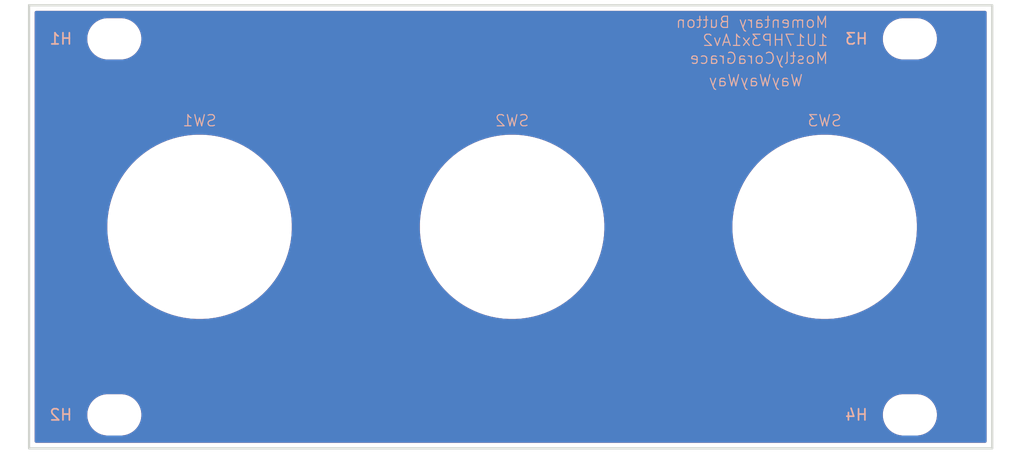
<source format=kicad_pcb>
(kicad_pcb (version 20241229) (generator "pcbnew") (generator_version "9.0")
  (layers (0 "F.Cu" signal) (2 "B.Cu" signal) (13 "F.Paste" user) (15 "B.Paste" user) (5 "F.SilkS" user "F.Silkscreen") (7 "B.SilkS" user "B.Silkscreen") (1 "F.Mask" user) (3 "B.Mask" user) (25 "Edge.Cuts" user))
  (net 0 "")
  (footprint "EXC:SW_SPST_M16_Panel_Mount_Push-Button" (layer "F.Cu") (at 71.12 22.25)
    (property "Reference" "SW3" (at 0 -9.5 0) (layer "B.SilkS") (effects (font (thickness 0.1)) (justify mirror)))
    (property "Value" "SW_SPST_M16_Panel_Mount_Push-Button")
    (pad "" np_thru_hole circle (at 0 0) (size 16 16) (drill 16) (layers "*.Cu" "*.Mask"))
  )
  (footprint "EXC:SW_SPST_M16_Panel_Mount_Push-Button" (layer "F.Cu") (at 15.24 22.25)
    (property "Reference" "SW1" (at 0 -9.5 0) (layer "B.SilkS") (effects (font (thickness 0.1)) (justify mirror)))
    (property "Value" "SW_SPST_M16_Panel_Mount_Push-Button")
    (pad "" np_thru_hole circle (at 0 0) (size 16 16) (drill 16) (layers "*.Cu" "*.Mask"))
  )
  (footprint "EXC:MountingHole_3.2mm_M3" (layer "F.Cu") (at 78.74 5.425)
    (property "Reference" "H3" (at -3.683 0 0) (layer "B.SilkS") (effects (justify left mirror)))
    (property "Value" "Eurorack_M3_MountingHole")
    (pad "" np_thru_hole oval (at 0 0) (size 4.34 3.2) (drill oval 4.34 3.2) (layers "*.Cu" "*.Mask"))
  )
  (footprint "EXC:MountingHole_3.2mm_M3" (layer "F.Cu") (at 7.62 5.425)
    (property "Reference" "H1" (at -3.683 0 0) (layer "B.SilkS") (effects (justify left mirror)))
    (property "Value" "Eurorack_M3_MountingHole")
    (pad "" np_thru_hole oval (at 0 0) (size 4.34 3.2) (drill oval 4.34 3.2) (layers "*.Cu" "*.Mask"))
  )
  (footprint "EXC:SW_SPST_M16_Panel_Mount_Push-Button" (layer "F.Cu") (at 43.18 22.25)
    (property "Reference" "SW2" (at 0 -9.5 0) (layer "B.SilkS") (effects (font (thickness 0.1)) (justify mirror)))
    (property "Value" "SW_SPST_M16_Panel_Mount_Push-Button")
    (pad "" np_thru_hole circle (at 0 0) (size 16 16) (drill 16) (layers "*.Cu" "*.Mask"))
  )
  (footprint "EXC:MountingHole_3.2mm_M3" (layer "F.Cu") (at 7.62 39.075)
    (property "Reference" "H2" (at -3.683 0 0) (layer "B.SilkS") (effects (justify left mirror)))
    (property "Value" "Eurorack_M3_MountingHole")
    (pad "" np_thru_hole oval (at 0 0) (size 4.34 3.2) (drill oval 4.34 3.2) (layers "*.Cu" "*.Mask"))
  )
  (footprint "EXC:MountingHole_3.2mm_M3" (layer "F.Cu") (at 78.74 39.075)
    (property "Reference" "H4" (at -3.683 0 0) (layer "B.SilkS") (effects (justify left mirror)))
    (property "Value" "Eurorack_M3_MountingHole")
    (pad "" np_thru_hole oval (at 0 0) (size 4.34 3.2) (drill oval 4.34 3.2) (layers "*.Cu" "*.Mask"))
  )
  (gr_rect (start 0 2.425) (end 86.1 42.075) (stroke (width 0.2)) (fill no) (layer "Edge.Cuts"))
  (gr_text "Momentary Button\n1U17HP3x1Av2\nMostlyCoraGrace" (at 71.5 7.75 0) (layer "B.SilkS") (effects (font (size 1 1) (thickness 0.1)) (justify left bottom mirror)))
  (gr_text "WayWayWay" (at 69.25 9.75 0) (layer "B.SilkS") (effects (font (size 1 1) (thickness 0.1)) (justify left bottom mirror)))
  (zone (net 0) (net_name "") (layers "F.Cu" "B.Cu") (connect_pads (clearance 0.5)) (min_thickness 0.25) (fill yes (thermal_gap 0.5) (thermal_bridge_width 0.5) (island_removal_mode 1) (island_area_min 10))
    (polygon (pts (xy 0 2.425) (xy 86.1 2.425) (xy 86.1 42.075) (xy 0 42.075)))
  )
)
</source>
